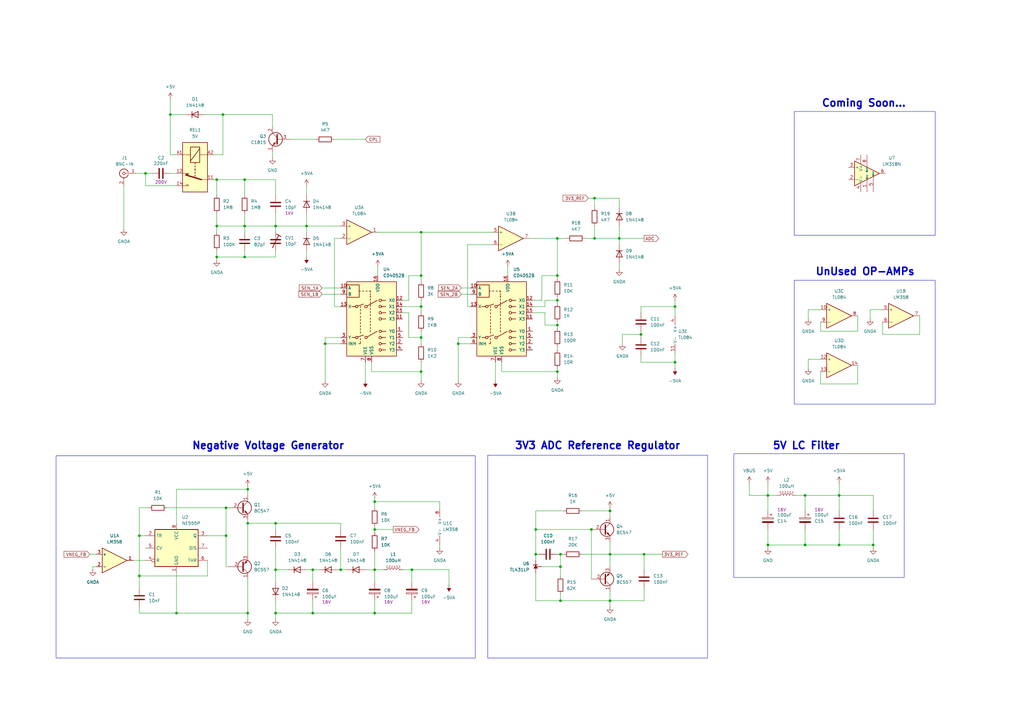
<source format=kicad_sch>
(kicad_sch (version 20231120) (generator "eeschema") (generator_version "8.0")
  (paper "A3")
  (title_block (title "Oscope Analog Part") (date "2024-11-06") (rev "2.1.1") (company "by : HS6502") (comment 1 "First Version Date : 17-Oct-2024"))
  (junction (at 330.2 223.52))
  (junction (at 344.17 223.52))
  (junction (at 153.67 233.68))
  (junction (at 168.91 233.68))
  (junction (at 125.73 92.71))
  (junction (at 219.71 217.17))
  (junction (at 128.27 251.46))
  (junction (at 101.6 214.63))
  (junction (at 314.96 203.2))
  (junction (at 219.71 227.33))
  (junction (at 91.44 46.99))
  (junction (at 243.84 97.79))
  (junction (at 276.86 125.73))
  (junction (at 172.72 138.43))
  (junction (at 153.67 217.17))
  (junction (at 262.89 137.16))
  (junction (at 250.19 227.33))
  (junction (at 172.72 125.73))
  (junction (at 101.6 200.66))
  (junction (at 101.6 251.46))
  (junction (at 344.17 203.2))
  (junction (at 139.7 233.68))
  (junction (at 100.33 73.66))
  (junction (at 69.85 46.99))
  (junction (at 57.15 219.71))
  (junction (at 59.69 71.12))
  (junction (at 358.14 223.52))
  (junction (at 113.03 233.68))
  (junction (at 187.96 140.97))
  (junction (at 228.6 133.35))
  (junction (at 228.6 123.19))
  (junction (at 276.86 148.59))
  (junction (at 100.33 92.71))
  (junction (at 88.9 92.71))
  (junction (at 330.2 203.2))
  (junction (at 172.72 95.25))
  (junction (at 100.33 105.41))
  (junction (at 228.6 152.4))
  (junction (at 113.03 214.63))
  (junction (at 88.9 105.41))
  (junction (at 72.39 251.46))
  (junction (at 128.27 233.68))
  (junction (at 57.15 236.22))
  (junction (at 242.57 217.17))
  (junction (at 228.6 113.03))
  (junction (at 172.72 152.4))
  (junction (at 229.87 227.33))
  (junction (at 92.71 219.71))
  (junction (at 314.96 223.52))
  (junction (at 243.84 81.28))
  (junction (at 250.19 246.38))
  (junction (at 264.16 227.33))
  (junction (at 92.71 208.28))
  (junction (at 229.87 246.38))
  (junction (at 113.03 251.46))
  (junction (at 228.6 97.79))
  (junction (at 172.72 113.03))
  (junction (at 153.67 205.74))
  (junction (at 254 97.79))
  (junction (at 113.03 92.71))
  (junction (at 153.67 251.46))
  (junction (at 133.35 140.97))
  (junction (at 88.9 73.66))
  (junction (at 250.19 209.55))
  (junction (at 229.87 232.41))
  (wire (pts (xy 154.94 109.22) (xy 154.94 113.03)))
  (wire (pts (xy 184.15 233.68) (xy 184.15 240.03)))
  (wire (pts (xy 153.67 215.9) (xy 153.67 217.17)))
  (wire (pts (xy 128.27 246.38) (xy 128.27 251.46)))
  (wire (pts (xy 101.6 200.66) (xy 101.6 203.2)))
  (wire (pts (xy 100.33 92.71) (xy 100.33 95.25)))
  (wire (pts (xy 88.9 105.41) (xy 100.33 105.41)))
  (wire (pts (xy 88.9 80.01) (xy 88.9 73.66)))
  (wire (pts (xy 358.14 203.2) (xy 344.17 203.2)))
  (wire (pts (xy 351.79 149.86) (xy 351.79 157.48)))
  (wire (pts (xy 101.6 237.49) (xy 101.6 251.46)))
  (wire (pts (xy 262.89 125.73) (xy 276.86 125.73)))
  (wire (pts (xy 153.67 204.47) (xy 153.67 205.74)))
  (wire (pts (xy 57.15 248.92) (xy 57.15 251.46)))
  (wire (pts (xy 187.96 140.97) (xy 193.04 140.97)))
  (wire (pts (xy 113.03 233.68) (xy 113.03 238.76)))
  (wire (pts (xy 113.03 214.63) (xy 113.03 217.17)))
  (wire (pts (xy 331.47 147.32) (xy 331.47 151.13)))
  (wire (pts (xy 119.38 57.15) (xy 129.54 57.15)))
  (wire (pts (xy 38.1 232.41) (xy 39.37 232.41)))
  (wire (pts (xy 172.72 123.19) (xy 172.72 125.73)))
  (wire (pts (xy 149.86 148.59) (xy 149.86 156.21)))
  (wire (pts (xy 219.71 209.55) (xy 219.71 217.17)))
  (wire (pts (xy 243.84 81.28) (xy 243.84 85.09)))
  (wire (pts (xy 228.6 227.33) (xy 229.87 227.33)))
  (wire (pts (xy 138.43 233.68) (xy 139.7 233.68)))
  (wire (pts (xy 113.03 246.38) (xy 113.03 251.46)))
  (wire (pts (xy 276.86 144.78) (xy 276.86 148.59)))
  (wire (pts (xy 91.44 46.99) (xy 83.82 46.99)))
  (wire (pts (xy 59.69 76.2) (xy 59.69 71.12)))
  (wire (pts (xy 242.57 217.17) (xy 242.57 237.49)))
  (wire (pts (xy 222.25 113.03) (xy 228.6 113.03)))
  (wire (pts (xy 191.77 100.33) (xy 191.77 125.73)))
  (wire (pts (xy 243.84 81.28) (xy 254 81.28)))
  (wire (pts (xy 228.6 151.13) (xy 228.6 152.4)))
  (wire (pts (xy 229.87 232.41) (xy 229.87 236.22)))
  (wire (pts (xy 180.34 205.74) (xy 153.67 205.74)))
  (wire (pts (xy 113.03 73.66) (xy 100.33 73.66)))
  (wire (pts (xy 172.72 148.59) (xy 172.72 152.4)))
  (wire (pts (xy 101.6 214.63) (xy 101.6 227.33)))
  (wire (pts (xy 193.04 138.43) (xy 187.96 138.43)))
  (wire (pts (xy 113.03 251.46) (xy 128.27 251.46)))
  (wire (pts (xy 88.9 92.71) (xy 100.33 92.71)))
  (wire (pts (xy 113.03 251.46) (xy 113.03 254)))
  (wire (pts (xy 180.34 223.52) (xy 180.34 224.79)))
  (wire (pts (xy 330.2 209.55) (xy 330.2 203.2)))
  (wire (pts (xy 153.67 226.06) (xy 153.67 233.68)))
  (wire (pts (xy 125.73 233.68) (xy 128.27 233.68)))
  (wire (pts (xy 125.73 76.2) (xy 125.73 80.01)))
  (wire (pts (xy 87.63 73.66) (xy 88.9 73.66)))
  (wire (pts (xy 250.19 227.33) (xy 250.19 232.41)))
  (wire (pts (xy 254 97.79) (xy 254 100.33)))
  (wire (pts (xy 113.03 233.68) (xy 118.11 233.68)))
  (wire (pts (xy 344.17 209.55) (xy 344.17 203.2)))
  (wire (pts (xy 262.89 135.89) (xy 262.89 137.16)))
  (wire (pts (xy 57.15 208.28) (xy 57.15 219.71)))
  (wire (pts (xy 223.52 128.27) (xy 223.52 133.35)))
  (wire (pts (xy 100.33 92.71) (xy 113.03 92.71)))
  (wire (pts (xy 264.16 241.3) (xy 264.16 246.38)))
  (wire (pts (xy 113.03 87.63) (xy 113.03 92.71)))
  (wire (pts (xy 125.73 87.63) (xy 125.73 92.71)))
  (wire (pts (xy 218.44 125.73) (xy 223.52 125.73)))
  (wire (pts (xy 240.03 97.79) (xy 243.84 97.79)))
  (wire (pts (xy 203.2 148.59) (xy 203.2 156.21)))
  (wire (pts (xy 262.89 148.59) (xy 276.86 148.59)))
  (wire (pts (xy 85.09 229.87) (xy 85.09 236.22)))
  (wire (pts (xy 231.14 209.55) (xy 219.71 209.55)))
  (wire (pts (xy 172.72 95.25) (xy 201.93 95.25)))
  (wire (pts (xy 72.39 63.5) (xy 69.85 63.5)))
  (wire (pts (xy 358.14 209.55) (xy 358.14 203.2)))
  (wire (pts (xy 229.87 232.41) (xy 222.25 232.41)))
  (wire (pts (xy 243.84 92.71) (xy 243.84 97.79)))
  (wire (pts (xy 228.6 97.79) (xy 232.41 97.79)))
  (wire (pts (xy 57.15 236.22) (xy 57.15 241.3)))
  (wire (pts (xy 101.6 251.46) (xy 101.6 254)))
  (wire (pts (xy 218.44 128.27) (xy 223.52 128.27)))
  (wire (pts (xy 57.15 236.22) (xy 57.15 219.71)))
  (wire (pts (xy 228.6 123.19) (xy 228.6 124.46)))
  (wire (pts (xy 205.74 152.4) (xy 228.6 152.4)))
  (wire (pts (xy 336.55 147.32) (xy 331.47 147.32)))
  (wire (pts (xy 262.89 137.16) (xy 262.89 138.43)))
  (wire (pts (xy 100.33 87.63) (xy 100.33 92.71)))
  (wire (pts (xy 358.14 223.52) (xy 344.17 223.52)))
  (wire (pts (xy 165.1 125.73) (xy 172.72 125.73)))
  (wire (pts (xy 101.6 214.63) (xy 113.03 214.63)))
  (wire (pts (xy 222.25 123.19) (xy 222.25 113.03)))
  (wire (pts (xy 264.16 227.33) (xy 250.19 227.33)))
  (wire (pts (xy 87.63 63.5) (xy 91.44 63.5)))
  (wire (pts (xy 137.16 97.79) (xy 139.7 97.79)))
  (wire (pts (xy 189.23 120.65) (xy 193.04 120.65)))
  (wire (pts (xy 133.35 138.43) (xy 139.7 138.43)))
  (wire (pts (xy 168.91 233.68) (xy 168.91 238.76)))
  (wire (pts (xy 153.67 233.68) (xy 149.86 233.68)))
  (wire (pts (xy 153.67 205.74) (xy 153.67 208.28)))
  (wire (pts (xy 191.77 125.73) (xy 193.04 125.73)))
  (wire (pts (xy 264.16 233.68) (xy 264.16 227.33)))
  (wire (pts (xy 113.03 102.87) (xy 113.03 105.41)))
  (wire (pts (xy 228.6 133.35) (xy 228.6 134.62)))
  (wire (pts (xy 208.28 109.22) (xy 208.28 113.03)))
  (wire (pts (xy 111.76 52.07) (xy 111.76 46.99)))
  (wire (pts (xy 113.03 92.71) (xy 113.03 95.25)))
  (wire (pts (xy 113.03 80.01) (xy 113.03 73.66)))
  (wire (pts (xy 172.72 138.43) (xy 172.72 140.97)))
  (wire (pts (xy 228.6 113.03) (xy 228.6 114.3)))
  (wire (pts (xy 219.71 217.17) (xy 219.71 227.33)))
  (wire (pts (xy 351.79 135.89) (xy 336.55 135.89)))
  (wire (pts (xy 69.85 46.99) (xy 76.2 46.99)))
  (wire (pts (xy 238.76 227.33) (xy 250.19 227.33)))
  (wire (pts (xy 336.55 157.48) (xy 336.55 152.4)))
  (wire (pts (xy 241.3 81.28) (xy 243.84 81.28)))
  (wire (pts (xy 88.9 105.41) (xy 88.9 102.87)))
  (wire (pts (xy 167.64 123.19) (xy 167.64 113.03)))
  (wire (pts (xy 85.09 236.22) (xy 57.15 236.22)))
  (wire (pts (xy 137.16 125.73) (xy 139.7 125.73)))
  (wire (pts (xy 132.08 120.65) (xy 139.7 120.65)))
  (wire (pts (xy 344.17 198.12) (xy 344.17 203.2)))
  (wire (pts (xy 152.4 148.59) (xy 152.4 152.4)))
  (wire (pts (xy 36.83 227.33) (xy 39.37 227.33)))
  (wire (pts (xy 254 97.79) (xy 264.16 97.79)))
  (wire (pts (xy 330.2 223.52) (xy 344.17 223.52)))
  (wire (pts (xy 57.15 251.46) (xy 72.39 251.46)))
  (wire (pts (xy 125.73 92.71) (xy 125.73 95.25)))
  (wire (pts (xy 330.2 217.17) (xy 330.2 223.52)))
  (wire (pts (xy 139.7 224.79) (xy 139.7 233.68)))
  (wire (pts (xy 228.6 97.79) (xy 217.17 97.79)))
  (wire (pts (xy 167.64 138.43) (xy 172.72 138.43)))
  (wire (pts (xy 167.64 113.03) (xy 172.72 113.03)))
  (wire (pts (xy 113.03 105.41) (xy 100.33 105.41)))
  (wire (pts (xy 137.16 57.15) (xy 149.86 57.15)))
  (wire (pts (xy 377.19 129.54) (xy 377.19 137.16)))
  (wire (pts (xy 361.95 137.16) (xy 361.95 132.08)))
  (wire (pts (xy 172.72 95.25) (xy 154.94 95.25)))
  (wire (pts (xy 88.9 92.71) (xy 88.9 95.25)))
  (wire (pts (xy 255.27 137.16) (xy 262.89 137.16)))
  (wire (pts (xy 243.84 97.79) (xy 254 97.79)))
  (wire (pts (xy 318.77 203.2) (xy 314.96 203.2)))
  (wire (pts (xy 228.6 97.79) (xy 228.6 113.03)))
  (wire (pts (xy 139.7 233.68) (xy 142.24 233.68)))
  (wire (pts (xy 125.73 92.71) (xy 139.7 92.71)))
  (wire (pts (xy 68.58 208.28) (xy 92.71 208.28)))
  (wire (pts (xy 133.35 138.43) (xy 133.35 140.97)))
  (wire (pts (xy 88.9 105.41) (xy 88.9 106.68)))
  (wire (pts (xy 111.76 62.23) (xy 111.76 64.77)))
  (wire (pts (xy 276.86 123.19) (xy 276.86 125.73)))
  (wire (pts (xy 187.96 140.97) (xy 187.96 156.21)))
  (wire (pts (xy 168.91 251.46) (xy 153.67 251.46)))
  (wire (pts (xy 165.1 123.19) (xy 167.64 123.19)))
  (wire (pts (xy 101.6 213.36) (xy 101.6 214.63)))
  (wire (pts (xy 167.64 128.27) (xy 167.64 138.43)))
  (wire (pts (xy 238.76 209.55) (xy 250.19 209.55)))
  (wire (pts (xy 172.72 113.03) (xy 172.72 115.57)))
  (wire (pts (xy 276.86 125.73) (xy 276.86 129.54)))
  (wire (pts (xy 242.57 217.17) (xy 219.71 217.17)))
  (wire (pts (xy 187.96 138.43) (xy 187.96 140.97)))
  (wire (pts (xy 254 85.09) (xy 254 81.28)))
  (wire (pts (xy 153.67 233.68) (xy 157.48 233.68)))
  (wire (pts (xy 165.1 233.68) (xy 168.91 233.68)))
  (wire (pts (xy 133.35 140.97) (xy 139.7 140.97)))
  (wire (pts (xy 132.08 118.11) (xy 139.7 118.11)))
  (wire (pts (xy 189.23 118.11) (xy 193.04 118.11)))
  (wire (pts (xy 92.71 219.71) (xy 92.71 232.41)))
  (wire (pts (xy 229.87 227.33) (xy 229.87 232.41)))
  (wire (pts (xy 262.89 128.27) (xy 262.89 125.73)))
  (wire (pts (xy 228.6 152.4) (xy 228.6 154.94)))
  (wire (pts (xy 191.77 100.33) (xy 201.93 100.33)))
  (wire (pts (xy 60.96 208.28) (xy 57.15 208.28)))
  (wire (pts (xy 358.14 223.52) (xy 358.14 224.79)))
  (wire (pts (xy 351.79 129.54) (xy 351.79 135.89)))
  (wire (pts (xy 139.7 214.63) (xy 113.03 214.63)))
  (wire (pts (xy 38.1 233.68) (xy 38.1 232.41)))
  (wire (pts (xy 153.67 217.17) (xy 161.29 217.17)))
  (wire (pts (xy 172.72 152.4) (xy 172.72 156.21)))
  (wire (pts (xy 314.96 203.2) (xy 307.34 203.2)))
  (wire (pts (xy 92.71 208.28) (xy 93.98 208.28)))
  (wire (pts (xy 72.39 234.95) (xy 72.39 251.46)))
  (wire (pts (xy 165.1 128.27) (xy 167.64 128.27)))
  (wire (pts (xy 57.15 219.71) (xy 59.69 219.71)))
  (wire (pts (xy 228.6 142.24) (xy 228.6 143.51)))
  (wire (pts (xy 228.6 121.92) (xy 228.6 123.19)))
  (wire (pts (xy 184.15 233.68) (xy 168.91 233.68)))
  (wire (pts (xy 331.47 130.81) (xy 331.47 127)))
  (wire (pts (xy 72.39 71.12) (xy 69.85 71.12)))
  (wire (pts (xy 255.27 140.97) (xy 255.27 137.16)))
  (wire (pts (xy 223.52 133.35) (xy 228.6 133.35)))
  (wire (pts (xy 152.4 152.4) (xy 172.72 152.4)))
  (wire (pts (xy 250.19 248.92) (xy 250.19 246.38)))
  (wire (pts (xy 250.19 222.25) (xy 250.19 227.33)))
  (wire (pts (xy 314.96 198.12) (xy 314.96 203.2)))
  (wire (pts (xy 361.95 127) (xy 356.87 127)))
  (wire (pts (xy 330.2 203.2) (xy 344.17 203.2)))
  (wire (pts (xy 85.09 219.71) (xy 92.71 219.71)))
  (wire (pts (xy 91.44 46.99) (xy 111.76 46.99)))
  (wire (pts (xy 229.87 227.33) (xy 231.14 227.33)))
  (wire (pts (xy 100.33 102.87) (xy 100.33 105.41)))
  (wire (pts (xy 180.34 208.28) (xy 180.34 205.74)))
  (wire (pts (xy 113.03 92.71) (xy 125.73 92.71)))
  (wire (pts (xy 250.19 246.38) (xy 250.19 242.57)))
  (wire (pts (xy 218.44 123.19) (xy 222.25 123.19)))
  (wire (pts (xy 50.8 76.2) (xy 50.8 93.98)))
  (wire (pts (xy 88.9 87.63) (xy 88.9 92.71)))
  (wire (pts (xy 330.2 223.52) (xy 314.96 223.52)))
  (wire (pts (xy 113.03 224.79) (xy 113.03 233.68)))
  (wire (pts (xy 250.19 209.55) (xy 250.19 212.09)))
  (wire (pts (xy 72.39 76.2) (xy 59.69 76.2)))
  (wire (pts (xy 69.85 46.99) (xy 69.85 63.5)))
  (wire (pts (xy 351.79 157.48) (xy 336.55 157.48)))
  (wire (pts (xy 72.39 200.66) (xy 101.6 200.66)))
  (wire (pts (xy 137.16 97.79) (xy 137.16 125.73)))
  (wire (pts (xy 54.61 229.87) (xy 59.69 229.87)))
  (wire (pts (xy 330.2 203.2) (xy 326.39 203.2)))
  (wire (pts (xy 358.14 217.17) (xy 358.14 223.52)))
  (wire (pts (xy 72.39 251.46) (xy 101.6 251.46)))
  (wire (pts (xy 254 92.71) (xy 254 97.79)))
  (wire (pts (xy 72.39 214.63) (xy 72.39 200.66)))
  (wire (pts (xy 55.88 71.12) (xy 59.69 71.12)))
  (wire (pts (xy 133.35 140.97) (xy 133.35 156.21)))
  (wire (pts (xy 229.87 246.38) (xy 250.19 246.38)))
  (wire (pts (xy 168.91 246.38) (xy 168.91 251.46)))
  (wire (pts (xy 172.72 125.73) (xy 172.72 128.27)))
  (wire (pts (xy 314.96 203.2) (xy 314.96 209.55)))
  (wire (pts (xy 262.89 146.05) (xy 262.89 148.59)))
  (wire (pts (xy 276.86 148.59) (xy 276.86 151.13)))
  (wire (pts (xy 128.27 233.68) (xy 130.81 233.68)))
  (wire (pts (xy 228.6 132.08) (xy 228.6 133.35)))
  (wire (pts (xy 223.52 125.73) (xy 223.52 123.19)))
  (wire (pts (xy 219.71 246.38) (xy 229.87 246.38)))
  (wire (pts (xy 250.19 208.28) (xy 250.19 209.55)))
  (wire (pts (xy 153.67 251.46) (xy 128.27 251.46)))
  (wire (pts (xy 69.85 40.64) (xy 69.85 46.99)))
  (wire (pts (xy 331.47 127) (xy 336.55 127)))
  (wire (pts (xy 314.96 223.52) (xy 314.96 217.17)))
  (wire (pts (xy 101.6 199.39) (xy 101.6 200.66)))
  (wire (pts (xy 172.72 95.25) (xy 172.72 113.03)))
  (wire (pts (xy 153.67 217.17) (xy 153.67 218.44)))
  (wire (pts (xy 264.16 246.38) (xy 250.19 246.38)))
  (wire (pts (xy 92.71 208.28) (xy 92.71 219.71)))
  (wire (pts (xy 205.74 148.59) (xy 205.74 152.4)))
  (wire (pts (xy 219.71 234.95) (xy 219.71 246.38)))
  (wire (pts (xy 307.34 203.2) (xy 307.34 198.12)))
  (wire (pts (xy 93.98 232.41) (xy 92.71 232.41)))
  (wire (pts (xy 223.52 123.19) (xy 228.6 123.19)))
  (wire (pts (xy 356.87 127) (xy 356.87 130.81)))
  (wire (pts (xy 264.16 227.33) (xy 271.78 227.33)))
  (wire (pts (xy 88.9 73.66) (xy 100.33 73.66)))
  (wire (pts (xy 314.96 223.52) (xy 314.96 224.79)))
  (wire (pts (xy 153.67 238.76) (xy 153.67 233.68)))
  (wire (pts (xy 172.72 135.89) (xy 172.72 138.43)))
  (wire (pts (xy 100.33 73.66) (xy 100.33 80.01)))
  (wire (pts (xy 219.71 227.33) (xy 220.98 227.33)))
  (wire (pts (xy 254 107.95) (xy 254 110.49)))
  (wire (pts (xy 59.69 71.12) (xy 62.23 71.12)))
  (wire (pts (xy 219.71 227.33) (xy 219.71 229.87)))
  (wire (pts (xy 336.55 135.89) (xy 336.55 132.08)))
  (wire (pts (xy 153.67 246.38) (xy 153.67 251.46)))
  (wire (pts (xy 377.19 137.16) (xy 361.95 137.16)))
  (wire (pts (xy 139.7 217.17) (xy 139.7 214.63)))
  (wire (pts (xy 125.73 102.87) (xy 125.73 105.41)))
  (wire (pts (xy 91.44 46.99) (xy 91.44 63.5)))
  (wire (pts (xy 128.27 233.68) (xy 128.27 238.76)))
  (wire (pts (xy 229.87 243.84) (xy 229.87 246.38)))
  (wire (pts (xy 344.17 217.17) (xy 344.17 223.52)))
  (rectangle (start 200.025 186.69) (end 290.195 269.875))
  (rectangle (start 22.987 186.944) (end 194.945 269.875))
  (rectangle (start 325.755 114.935) (end 383.54 165.735))
  (rectangle (start 300.99 186.055) (end 370.84 236.855))
  (rectangle (start 325.755 45.72) (end 383.54 96.52))
  (text "Negative Voltage Generator" (at 109.982 182.88 0) (effects (font (size 3 3) (thickness 0.6) (bold yes))))
  (text "3V3 ADC Reference Regulator" (at 245.11 182.88 0) (effects (font (size 3 3) (thickness 0.6) (bold yes))))
  (text "Coming Soon..." (at 354.33 42.418 0) (effects (font (size 3 3) (bold yes))))
  (text "5V LC Filter" (at 330.708 182.88 0) (effects (font (size 3 3) (thickness 0.6) (bold yes))))
  (text "UnUsed OP-AMPs" (at 354.838 111.506 0) (effects (font (size 3 3) (bold yes))))
  (global_label "VNEG_FB" (shape output) (at 161.29 217.17 0) (property "Intersheetrefs" "${INTERSHEET_REFS}" (effects (hide yes))))
  (global_label "VNEG_FB" (shape input) (at 36.83 227.33 180) (property "Intersheetrefs" "${INTERSHEET_REFS}" (effects (hide yes))))
  (global_label "SEN_2A" (shape input) (at 189.23 118.11 180) (property "Intersheetrefs" "${INTERSHEET_REFS}" (effects (hide yes))))
  (global_label "SEN_1A" (shape input) (at 132.08 118.11 180) (property "Intersheetrefs" "${INTERSHEET_REFS}" (effects (hide yes))))
  (global_label "CPL" (shape input) (at 149.86 57.15 0) (property "Intersheetrefs" "${INTERSHEET_REFS}" (effects (hide yes))))
  (global_label "ADC" (shape output) (at 264.16 97.79 0) (property "Intersheetrefs" "${INTERSHEET_REFS}" (effects (hide yes))))
  (global_label "SEN_2B" (shape input) (at 189.23 120.65 180) (property "Intersheetrefs" "${INTERSHEET_REFS}" (effects (hide yes))))
  (global_label "SEN_1B" (shape input) (at 132.08 120.65 180) (property "Intersheetrefs" "${INTERSHEET_REFS}" (effects (hide yes))))
  (global_label "3V3_REF" (shape output) (at 271.78 227.33 0) (property "Intersheetrefs" "${INTERSHEET_REFS}" (effects (hide yes))))
  (global_label "3V3_REF" (shape input) (at 241.3 81.28 180) (property "Intersheetrefs" "${INTERSHEET_REFS}" (effects (hide yes))))
  (symbol (lib_id "Custom_Diodes:1N4148") (at 134.62 233.68 0) (unit 1)
    (property "Reference" "D6" (at 134.62 227.33 0))
    (property "Value" "1N4148" (at 134.62 229.87 0))
    (property "Footprint" "Diode_THT:D_DO-35_SOD27_P7.62mm_Horizontal" (effects (hide yes)))
    (property "Datasheet" "https://assets.nexperia.com/documents/data-sheet/1N4148_1N4448.pdf" (effects (hide yes)))
    (property "Description" "100V 0.15A standard switching diode, DO-35" (effects (hide yes)))
    (property "Sim.Device" "D" (effects (hide yes)))
    (property "Sim.Pins" "1=K 2=A" (effects (hide yes)))
  )
  (symbol (lib_id "Custom_Device:R") (at 133.35 57.15 90) (unit 1)
    (property "Reference" "R5" (at 133.35 50.8 90))
    (property "Value" "4K7" (at 133.35 53.34 90))
    (property "Description" "Resistor" (effects (hide yes)))
  )
  (symbol (lib_id "Transistor_BJT:BC557") (at 99.06 232.41 0) (mirror x) (unit 1)
    (property "Reference" "Q2" (at 104.14 231.1399 0) (effects (justify left)))
    (property "Value" "BC557" (at 104.14 233.6799 0) (effects (justify left)))
    (property "Footprint" "Package_TO_SOT_THT:TO-92_Inline" (effects (hide yes)))
    (property "Datasheet" "https://www.onsemi.com/pub/Collateral/BC556BTA-D.pdf" (effects (hide yes)))
    (property "Description" "0.1A Ic, 45V Vce, PNP Small Signal Transistor, TO-92" (effects (hide yes)))
  )
  (symbol (lib_id "Custom_Device:C_Polarized") (at 314.96 213.36 0) (mirror y) (unit 1)
    (property "Reference" "C14" (at 318.77 213.7411 0) (effects (justify right)))
    (property "Value" "100uF" (at 318.77 211.2011 0) (effects (justify right)))
    (property "Description" "16V" (at 318.77 209.042 0) (effects (justify right)))
  )
  (symbol (lib_id "Custom_OP-AMP:TL084") (at 344.17 129.54 0) (unit 3)
    (property "Reference" "U3" (at 344.17 119.38 0))
    (property "Value" "TL084" (at 344.17 121.92 0))
    (property "Datasheet" "http://www.ti.com/lit/ds/symlink/tl081.pdf" (effects (hide yes)))
    (property "Description" "Quad JFET-Input Operational Amplifiers, DIP-14/SOIC-14/SSOP-14" (effects (hide yes)))
  )
  (symbol (lib_id "Custom_Device:C_Polarized") (at 330.2 213.36 0) (mirror y) (unit 1)
    (property "Reference" "C15" (at 334.01 213.7411 0) (effects (justify right)))
    (property "Value" "100uF" (at 334.01 211.2011 0) (effects (justify right)))
    (property "Description" "16V" (at 334.01 209.042 0) (effects (justify right)))
  )
  (symbol (lib_id "power:GNDA") (at 331.47 130.81 0) (unit 1)
    (property "Reference" "#PWR030" (effects (hide yes)))
    (property "Value" "GNDA" (at 331.47 135.89 0))
    (property "Description" "Power symbol creates a global label with name \"GNDA\" , analog ground" (effects (hide yes)))
  )
  (symbol (lib_id "Connector:Conn_Coaxial") (at 50.8 71.12 0) (mirror y) (unit 1)
    (property "Reference" "J1" (at 51.1174 64.77 0))
    (property "Value" "BNC-IN" (at 51.1174 67.31 0))
    (property "Footprint" "Connector_Coaxial:U.FL_Molex_MCRF_73412-0110_Vertical" (effects (hide yes)))
    (property "Datasheet" " ~" (effects (hide yes)))
    (property "Description" "coaxial connector (BNC, SMA, SMB, SMC, Cinch/RCA, LEMO, ...)" (effects (hide yes)))
  )
  (symbol (lib_id "power:GNDA") (at 38.1 233.68 0) (unit 1)
    (property "Reference" "#PWR01" (effects (hide yes)))
    (property "Value" "GNDA" (at 38.1 238.76 0))
    (property "Description" "Power symbol creates a global label with name \"GNDA\" , analog ground" (effects (hide yes)))
  )
  (symbol (lib_id "Custom_OP-AMP:TL084") (at 209.55 97.79 0) (unit 2)
    (property "Reference" "U3" (at 209.55 87.63 0))
    (property "Value" "TL084" (at 209.55 90.17 0))
    (property "Datasheet" "http://www.ti.com/lit/ds/symlink/tl081.pdf" (effects (hide yes)))
    (property "Description" "Quad JFET-Input Operational Amplifiers, DIP-14/SOIC-14/SSOP-14" (effects (hide yes)))
  )
  (symbol (lib_id "power:GNDA") (at 180.34 224.79 0) (unit 1)
    (property "Reference" "#PWR015" (effects (hide yes)))
    (property "Value" "GNDA" (at 180.34 229.87 0))
    (property "Description" "Power symbol creates a global label with name \"GNDA\" , analog ground" (effects (hide yes)))
  )
  (symbol (lib_name "+5V_1") (lib_id "power:+5V") (at 250.19 208.28 0) (unit 1)
    (property "Reference" "#PWR021" (effects (hide yes)))
    (property "Value" "+5V" (at 250.19 203.2 0))
    (property "Description" "Power symbol creates a global label with name \"+5V\"" (effects (hide yes)))
  )
  (symbol (lib_id "power:GNDA") (at 88.9 106.68 0) (unit 1)
    (property "Reference" "#PWR04" (effects (hide yes)))
    (property "Value" "GNDA" (at 88.9 111.76 0))
    (property "Description" "Power symbol creates a global label with name \"GNDA\" , analog ground" (effects (hide yes)))
  )
  (symbol (lib_id "Custom_Device:R") (at 153.67 222.25 180) (unit 1)
    (property "Reference" "R7" (at 156.21 220.9799 0) (effects (justify right)))
    (property "Value" "10K" (at 156.21 223.5199 0) (effects (justify right)))
    (property "Description" "Resistor" (effects (hide yes)))
  )
  (symbol (lib_id "Transistor_BJT:BC547") (at 99.06 208.28 0) (unit 1)
    (property "Reference" "Q1" (at 104.14 207.0099 0) (effects (justify left)))
    (property "Value" "BC547" (at 104.14 209.5499 0) (effects (justify left)))
    (property "Footprint" "Package_TO_SOT_THT:TO-92_Inline" (effects (hide yes)))
    (property "Datasheet" "https://www.onsemi.com/pub/Collateral/BC550-D.pdf" (effects (hide yes)))
    (property "Description" "0.1A Ic, 45V Vce, Small Signal NPN Transistor, TO-92" (effects (hide yes)))
  )
  (symbol (lib_id "Custom_OP-AMP:LM358") (at 46.99 229.87 0) (unit 1)
    (property "Reference" "U1" (at 46.99 219.71 0))
    (property "Value" "LM358" (at 46.99 222.25 0))
    (property "Datasheet" "http://www.ti.com/lit/ds/symlink/lm2904-n.pdf" (effects (hide yes)))
    (property "Description" "Low-Power, Dual Operational Amplifiers, DIP-8/SOIC-8/TO-99-8" (effects (hide yes)))
  )
  (symbol (lib_id "power:GND") (at 314.96 224.79 0) (unit 1)
    (property "Reference" "#PWR029" (effects (hide yes)))
    (property "Value" "GND" (at 314.96 229.87 0))
    (property "Description" "Power symbol creates a global label with name \"GND\" , ground" (effects (hide yes)))
  )
  (symbol (lib_id "Custom_Diodes:1N4148") (at 146.05 233.68 0) (unit 1)
    (property "Reference" "D7" (at 146.05 227.33 0))
    (property "Value" "1N4148" (at 146.05 229.87 0))
    (property "Footprint" "Diode_THT:D_DO-35_SOD27_P7.62mm_Horizontal" (effects (hide yes)))
    (property "Datasheet" "https://assets.nexperia.com/documents/data-sheet/1N4148_1N4448.pdf" (effects (hide yes)))
    (property "Description" "100V 0.15A standard switching diode, DO-35" (effects (hide yes)))
    (property "Sim.Device" "D" (effects (hide yes)))
    (property "Sim.Pins" "1=K 2=A" (effects (hide yes)))
  )
  (symbol (lib_id "power:-5VA") (at 276.86 151.13 180) (unit 1)
    (property "Reference" "#PWR026" (effects (hide yes)))
    (property "Value" "-5VA" (at 276.86 156.21 0))
    (property "Description" "Power symbol creates a global label with name \"-5VA\"" (effects (hide yes)))
  )
  (symbol (lib_id "Custom_Device:C") (at 262.89 132.08 0) (unit 1)
    (property "Reference" "C11" (at 266.7 130.8099 0) (effects (justify left)))
    (property "Value" "100nF" (at 266.7 133.3499 0) (effects (justify left)))
    (property "Description" "Unpolarized capacitor" (effects (hide yes)))
  )
  (symbol (lib_id "power:+5VA") (at 125.73 76.2 0) (unit 1)
    (property "Reference" "#PWR09" (effects (hide yes)))
    (property "Value" "+5VA" (at 125.73 71.12 0))
    (property "Description" "Power symbol creates a global label with name \"+5VA\"" (effects (hide yes)))
  )
  (symbol (lib_id "Custom_Device:R") (at 153.67 212.09 180) (unit 1)
    (property "Reference" "R6" (at 156.21 210.8199 0) (effects (justify right)))
    (property "Value" "10K" (at 156.21 213.3599 0) (effects (justify right)))
    (property "Description" "Resistor" (effects (hide yes)))
  )
  (symbol (lib_id "power:GND") (at 111.76 64.77 0) (unit 1)
    (property "Reference" "#PWR07" (effects (hide yes)))
    (property "Value" "GND" (at 111.76 69.85 0))
    (property "Description" "Power symbol creates a global label with name \"GND\" , ground" (effects (hide yes)))
  )
  (symbol (lib_id "Custom_Device:R") (at 228.6 147.32 180) (unit 1)
    (property "Reference" "R14" (at 231.14 146.0499 0) (effects (justify right)))
    (property "Value" "10R" (at 231.14 148.5899 0) (effects (justify right)))
    (property "Description" "Resistor" (effects (hide yes)))
  )
  (symbol (lib_id "power:GNDA") (at 187.96 156.21 0) (unit 1)
    (property "Reference" "#PWR017" (effects (hide yes)))
    (property "Value" "GNDA" (at 187.96 161.29 0))
    (property "Description" "Power symbol creates a global label with name \"GNDA\" , analog ground" (effects (hide yes)))
  )
  (symbol (lib_id "Custom_Device:L_Ferrite") (at 322.58 203.2 90) (unit 1)
    (property "Reference" "L2" (at 322.58 196.85 90))
    (property "Value" "100uH" (at 322.58 199.39 90))
    (property "Description" "Inductor with ferrite core" (effects (hide yes)))
  )
  (symbol (lib_id "Custom_Device:C") (at 66.04 71.12 270) (mirror x) (unit 1)
    (property "Reference" "C2" (at 66.04 64.77 90))
    (property "Value" "220nF" (at 66.04 67.056 90))
    (property "Description" "200V" (at 66.04 74.676 90))
  )
  (symbol (lib_id "Custom_Diodes:1N4148") (at 125.73 99.06 270) (unit 1)
    (property "Reference" "D5" (at 128.27 97.7899 90) (effects (justify left)))
    (property "Value" "1N4148" (at 128.27 100.3299 90) (effects (justify left)))
    (property "Footprint" "Diode_THT:D_DO-35_SOD27_P7.62mm_Horizontal" (effects (hide yes)))
    (property "Datasheet" "https://assets.nexperia.com/documents/data-sheet/1N4148_1N4448.pdf" (effects (hide yes)))
    (property "Description" "100V 0.15A standard switching diode, DO-35" (effects (hide yes)))
    (property "Sim.Device" "D" (effects (hide yes)))
    (property "Sim.Pins" "1=K 2=A" (effects (hide yes)))
  )
  (symbol (lib_id "Custom_OP-AMP:LM318N") (at 355.6 71.12 0) (unit 1)
    (property "Reference" "U7" (at 365.76 64.8014 0))
    (property "Value" "LM318N" (at 365.76 67.3414 0))
    (property "Footprint" "Package_DIP:DIP-8_W7.62mm_LongPads" (effects (hide yes)))
    (property "Datasheet" "http://www.ti.com/lit/ds/symlink/lm318-n.pdf" (effects (hide yes)))
    (property "Description" "Operational Amplifier, DIP-8" (effects (hide yes)))
  )
  (symbol (lib_id "Custom_Device_2:C_Trim") (at 113.03 99.06 0) (unit 1)
    (property "Reference" "CV1" (at 116.84 97.5359 0) (effects (justify left)))
    (property "Value" "10pF" (at 116.84 100.0759 0) (effects (justify left)))
    (property "Description" "Trimmable capacitor" (effects (hide yes)))
  )
  (symbol (lib_id "Custom_Device:C") (at 113.03 220.98 0) (unit 1)
    (property "Reference" "C5" (at 116.84 219.7099 0) (effects (justify left)))
    (property "Value" "100nF" (at 116.84 222.2499 0) (effects (justify left)))
    (property "Description" "Unpolarized capacitor" (effects (hide yes)))
  )
  (symbol (lib_id "power:-5VA") (at 184.15 240.03 180) (unit 1)
    (property "Reference" "#PWR016" (effects (hide yes)))
    (property "Value" "-5VA" (at 184.15 245.11 0))
    (property "Description" "Power symbol creates a global label with name \"-5VA\"" (effects (hide yes)))
  )
  (symbol (lib_id "power:GNDA") (at 50.8 93.98 0) (unit 1)
    (property "Reference" "#PWR02" (effects (hide yes)))
    (property "Value" "GNDA" (at 50.8 99.06 0))
    (property "Description" "Power symbol creates a global label with name \"GNDA\" , analog ground" (effects (hide yes)))
  )
  (symbol (lib_id "Custom_Diodes:1N4148") (at 121.92 233.68 0) (unit 1)
    (property "Reference" "D3" (at 121.92 227.33 0))
    (property "Value" "1N4148" (at 121.92 229.87 0))
    (property "Footprint" "Diode_THT:D_DO-35_SOD27_P7.62mm_Horizontal" (effects (hide yes)))
    (property "Datasheet" "https://assets.nexperia.com/documents/data-sheet/1N4148_1N4448.pdf" (effects (hide yes)))
    (property "Description" "100V 0.15A standard switching diode, DO-35" (effects (hide yes)))
    (property "Sim.Device" "D" (effects (hide yes)))
    (property "Sim.Pins" "1=K 2=A" (effects (hide yes)))
  )
  (symbol (lib_id "Custom_Device:R") (at 172.72 144.78 180) (unit 1)
    (property "Reference" "R10" (at 175.26 143.5099 0) (effects (justify right)))
    (property "Value" "1K2" (at 175.26 146.0499 0) (effects (justify right)))
    (property "Description" "Resistor" (effects (hide yes)))
  )
  (symbol (lib_id "Custom_Device:R") (at 88.9 83.82 0) (unit 1)
    (property "Reference" "R2" (at 91.44 82.5499 0) (effects (justify left)))
    (property "Value" "1M8" (at 91.44 85.0899 0) (effects (justify left)))
    (property "Description" "Resistor" (effects (hide yes)))
  )
  (symbol (lib_id "Custom_Device:R") (at 228.6 128.27 180) (unit 1)
    (property "Reference" "R12" (at 231.14 126.9999 0) (effects (justify right)))
    (property "Value" "1K" (at 231.14 129.5399 0) (effects (justify right)))
    (property "Description" "Resistor" (effects (hide yes)))
  )
  (symbol (lib_id "Custom_Device:C") (at 358.14 213.36 0) (unit 1)
    (property "Reference" "C17" (at 361.95 212.0899 0) (effects (justify left)))
    (property "Value" "100nF" (at 361.95 214.6299 0) (effects (justify left)))
    (property "Description" "Unpolarized capacitor" (effects (hide yes)))
  )
  (symbol (lib_id "power:-5VA") (at 149.86 156.21 180) (unit 1)
    (property "Reference" "#PWR011" (effects (hide yes)))
    (property "Value" "-5VA" (at 149.86 161.29 0))
    (property "Description" "Power symbol creates a global label with name \"-5VA\"" (effects (hide yes)))
  )
  (symbol (lib_id "power:GNDA") (at 113.03 254 0) (unit 1)
    (property "Reference" "#PWR08" (effects (hide yes)))
    (property "Value" "GNDA" (at 113.03 259.08 0))
    (property "Description" "Power symbol creates a global label with name \"GNDA\" , analog ground" (effects (hide yes)))
  )
  (symbol (lib_id "Analog_Switch:CD4052B") (at 205.74 130.81 0) (unit 1)
    (property "Reference" "U5" (at 210.4741 110.49 0) (effects (justify left)))
    (property "Value" "CD4052B" (at 210.4741 113.03 0) (effects (justify left)))
    (property "Datasheet" "http://www.ti.com/lit/ds/symlink/cd4052b.pdf" (effects (hide yes)))
    (property "Description" "CMOS double 4-channel analog multiplexer/demultiplexer, TSSOP-16/DIP-16/SOIC-16" (effects (hide yes)))
  )
  (symbol (lib_id "Timer:NE555P") (at 72.39 224.79 0) (unit 1)
    (property "Reference" "U2" (at 74.5841 212.09 0) (effects (justify left)))
    (property "Value" "NE555P" (at 74.5841 214.63 0) (effects (justify left)))
    (property "Footprint" "Package_DIP:DIP-8_W7.62mm" (effects (hide yes)))
    (property "Datasheet" "http://www.ti.com/lit/ds/symlink/ne555.pdf" (effects (hide yes)))
    (property "Description" "Precision Timers, 555 compatible,  PDIP-8" (effects (hide yes)))
  )
  (symbol (lib_id "Custom_Device:C") (at 113.03 83.82 0) (unit 1)
    (property "Reference" "C4" (at 116.84 82.5499 0) (effects (justify left)))
    (property "Value" "10pF" (at 116.84 85.0899 0) (effects (justify left)))
    (property "Description" "1kV" (at 118.618 87.376 0))
  )
  (symbol (lib_id "Custom_Device:C") (at 100.33 99.06 0) (unit 1)
    (property "Reference" "C3" (at 104.14 97.7899 0) (effects (justify left)))
    (property "Value" "82pF" (at 104.14 100.3299 0) (effects (justify left)))
    (property "Description" "Unpolarized capacitor" (effects (hide yes)))
  )
  (symbol (lib_id "Custom_OP-AMP:TL084") (at 344.17 149.86 0) (unit 4)
    (property "Reference" "U3" (at 344.17 139.7 0))
    (property "Value" "TL084" (at 344.17 142.24 0))
    (property "Datasheet" "http://www.ti.com/lit/ds/symlink/tl081.pdf" (effects (hide yes)))
    (property "Description" "Quad JFET-Input Operational Amplifiers, DIP-14/SOIC-14/SSOP-14" (effects (hide yes)))
  )
  (symbol (lib_id "power:GNDA") (at 254 110.49 0) (unit 1)
    (property "Reference" "#PWR023" (effects (hide yes)))
    (property "Value" "GNDA" (at 254 115.57 0))
    (property "Description" "Power symbol creates a global label with name \"GNDA\" , analog ground" (effects (hide yes)))
  )
  (symbol (lib_id "Custom_Device:R") (at 234.95 209.55 90) (unit 1)
    (property "Reference" "R16" (at 234.95 203.2 90))
    (property "Value" "1K" (at 234.95 205.74 90))
    (property "Description" "Resistor" (effects (hide yes)))
  )
  (symbol (lib_id "power:GNDA") (at 228.6 154.94 0) (unit 1)
    (property "Reference" "#PWR020" (effects (hide yes)))
    (property "Value" "GNDA" (at 228.6 160.02 0))
    (property "Description" "Power symbol creates a global label with name \"GNDA\" , analog ground" (effects (hide yes)))
  )
  (symbol (lib_id "power:+5VA") (at 344.17 198.12 0) (unit 1)
    (property "Reference" "#PWR032" (effects (hide yes)))
    (property "Value" "+5VA" (at 344.17 193.04 0))
    (property "Description" "Power symbol creates a global label with name \"+5VA\"" (effects (hide yes)))
  )
  (symbol (lib_id "Custom_Device:R") (at 64.77 208.28 270) (unit 1)
    (property "Reference" "R1" (at 64.77 201.93 90))
    (property "Value" "10K" (at 64.77 204.47 90))
    (property "Description" "Resistor" (effects (hide yes)))
  )
  (symbol (lib_id "power:+5VA") (at 154.94 109.22 0) (unit 1)
    (property "Reference" "#PWR013" (effects (hide yes)))
    (property "Value" "+5VA" (at 154.94 104.14 0))
    (property "Description" "Power symbol creates a global label with name \"+5VA\"" (effects (hide yes)))
  )
  (symbol (lib_id "power:+5VA") (at 208.28 109.22 0) (unit 1)
    (property "Reference" "#PWR019" (effects (hide yes)))
    (property "Value" "+5VA" (at 208.28 104.14 0))
    (property "Description" "Power symbol creates a global label with name \"+5VA\"" (effects (hide yes)))
  )
  (symbol (lib_id "Custom_Device:R") (at 236.22 97.79 270) (unit 1)
    (property "Reference" "R18" (at 236.22 91.44 90))
    (property "Value" "4K7" (at 236.22 93.98 90))
    (property "Description" "Resistor" (effects (hide yes)))
  )
  (symbol (lib_id "Custom_Diodes:1N4148") (at 80.01 46.99 0) (unit 1)
    (property "Reference" "D1" (at 80.01 40.64 0))
    (property "Value" "1N4148" (at 80.01 43.18 0))
    (property "Footprint" "Diode_THT:D_DO-35_SOD27_P7.62mm_Horizontal" (effects (hide yes)))
    (property "Datasheet" "https://assets.nexperia.com/documents/data-sheet/1N4148_1N4448.pdf" (effects (hide yes)))
    (property "Description" "100V 0.15A standard switching diode, DO-35" (effects (hide yes)))
    (property "Sim.Device" "D" (effects (hide yes)))
    (property "Sim.Pins" "1=K 2=A" (effects (hide yes)))
  )
  (symbol (lib_id "Custom_Diodes:1N4148") (at 254 88.9 270) (unit 1)
    (property "Reference" "D8" (at 256.54 87.6299 90) (effects (justify left)))
    (property "Value" "1N4148" (at 256.54 90.1699 90) (effects (justify left)))
    (property "Footprint" "Diode_THT:D_DO-35_SOD27_P7.62mm_Horizontal" (effects (hide yes)))
    (property "Datasheet" "https://assets.nexperia.com/documents/data-sheet/1N4148_1N4448.pdf" (effects (hide yes)))
    (property "Description" "100V 0.15A standard switching diode, DO-35" (effects (hide yes)))
    (property "Sim.Device" "D" (effects (hide yes)))
    (property "Sim.Pins" "1=K 2=A" (effects (hide yes)))
  )
  (symbol (lib_id "power:+5V") (at 69.85 40.64 0) (unit 1)
    (property "Reference" "#PWR03" (effects (hide yes)))
    (property "Value" "+5V" (at 69.85 35.56 0))
    (property "Description" "Power symbol creates a global label with name \"+5V\"" (effects (hide yes)))
  )
  (symbol (lib_id "Analog_Switch:CD4052B") (at 152.4 130.81 0) (unit 1)
    (property "Reference" "U4" (at 157.1341 110.49 0) (effects (justify left)))
    (property "Value" "CD4052B" (at 157.1341 113.03 0) (effects (justify left)))
    (property "Datasheet" "http://www.ti.com/lit/ds/symlink/cd4052b.pdf" (effects (hide yes)))
    (property "Description" "CMOS double 4-channel analog multiplexer/demultiplexer, TSSOP-16/DIP-16/SOIC-16" (effects (hide yes)))
  )
  (symbol (lib_id "Custom_OP-AMP:LM358") (at 369.57 129.54 0) (unit 2)
    (property "Reference" "U1" (at 369.57 119.38 0))
    (property "Value" "LM358" (at 369.57 121.92 0))
    (property "Datasheet" "http://www.ti.com/lit/ds/symlink/lm2904-n.pdf" (effects (hide yes)))
    (property "Description" "Low-Power, Dual Operational Amplifiers, DIP-8/SOIC-8/TO-99-8" (effects (hide yes)))
  )
  (symbol (lib_id "Custom_Device:C") (at 262.89 142.24 0) (unit 1)
    (property "Reference" "C12" (at 266.7 140.9699 0) (effects (justify left)))
    (property "Value" "100nF" (at 266.7 143.5099 0) (effects (justify left)))
    (property "Description" "Unpolarized capacitor" (effects (hide yes)))
  )
  (symbol (lib_id "Custom_OP-AMP:TL084") (at 147.32 95.25 0) (unit 1)
    (property "Reference" "U3" (at 147.32 85.09 0))
    (property "Value" "TL084" (at 147.32 87.63 0))
    (property "Datasheet" "http://www.ti.com/lit/ds/symlink/tl081.pdf" (effects (hide yes)))
    (property "Description" "Quad JFET-Input Operational Amplifiers, DIP-14/SOIC-14/SSOP-14" (effects (hide yes)))
  )
  (symbol (lib_id "Custom_Device:L_Ferrite") (at 161.29 233.68 90) (unit 1)
    (property "Reference" "L1" (at 161.29 227.33 90))
    (property "Value" "100uH" (at 161.29 229.87 90))
    (property "Description" "Inductor with ferrite core" (effects (hide yes)))
  )
  (symbol (lib_id "Reference_Voltage:TL431LP") (at 219.71 232.41 270) (mirror x) (unit 1)
    (property "Reference" "U6" (at 217.17 231.1399 90) (effects (justify right)))
    (property "Value" "TL431LP" (at 217.17 233.6799 90) (effects (justify right)))
    (property "Footprint" "Package_TO_SOT_THT:TO-92_Inline" (effects (hide yes)))
    (property "Datasheet" "http://www.ti.com/lit/ds/symlink/tl431.pdf" (effects (hide yes)))
  )
  (symbol (lib_id "Custom_Device:R") (at 228.6 118.11 180) (unit 1)
    (property "Reference" "R11" (at 231.14 116.8399 0) (effects (justify right)))
    (property "Value" "10K" (at 231.14 119.3799 0) (effects (justify right)))
    (property "Description" "Resistor" (effects (hide yes)))
  )
  (symbol (lib_id "power:GNDA") (at 255.27 140.97 0) (unit 1)
    (property "Reference" "#PWR024" (effects (hide yes)))
    (property "Value" "GNDA" (at 255.27 146.05 0))
    (property "Description" "Power symbol creates a global label with name \"GNDA\" , analog ground" (effects (hide yes)))
  )
  (symbol (lib_id "Transistor_BJT:2SC1815") (at 114.3 57.15 0) (mirror y) (unit 1)
    (property "Reference" "Q3" (at 109.22 55.8799 0) (effects (justify left)))
    (property "Value" "C1815" (at 109.22 58.4199 0) (effects (justify left)))
    (property "Footprint" "Package_TO_SOT_THT:TO-92L_Inline_Wide" (effects (hide yes)))
    (property "Datasheet" "https://media.digikey.com/pdf/Data%20Sheets/Toshiba%20PDFs/2SC1815.pdf" (effects (hide yes)))
    (property "Description" "0.15A Ic, 50V Vce, Low Noise Audio NPN Transistor, TO-92" (effects (hide yes)))
  )
  (symbol (lib_id "power:+5VA") (at 153.67 204.47 0) (unit 1)
    (property "Reference" "#PWR012" (effects (hide yes)))
    (property "Value" "+5VA" (at 153.67 199.39 0))
    (property "Description" "Power symbol creates a global label with name \"+5VA\"" (effects (hide yes)))
  )
  (symbol (lib_id "power:GNDA") (at 172.72 156.21 0) (unit 1)
    (property "Reference" "#PWR014" (effects (hide yes)))
    (property "Value" "GNDA" (at 172.72 161.29 0))
    (property "Description" "Power symbol creates a global label with name \"GNDA\" , analog ground" (effects (hide yes)))
  )
  (symbol (lib_id "Custom_OP-AMP:TL084") (at 279.4 137.16 0) (unit 5)
    (property "Reference" "U3" (at 278.13 135.8899 0) (effects (justify left)))
    (property "Value" "TL084" (at 278.13 138.4299 0) (effects (justify left)))
    (property "Datasheet" "http://www.ti.com/lit/ds/symlink/tl081.pdf" (effects (hide yes)))
    (property "Description" "Quad JFET-Input Operational Amplifiers, DIP-14/SOIC-14/SSOP-14" (effects (hide yes)))
  )
  (symbol (lib_id "Custom_Diodes:1N4148") (at 254 104.14 270) (unit 1)
    (property "Reference" "D9" (at 256.54 102.8699 90) (effects (justify left)))
    (property "Value" "1N4148" (at 256.54 105.4099 90) (effects (justify left)))
    (property "Footprint" "Diode_THT:D_DO-35_SOD27_P7.62mm_Horizontal" (effects (hide yes)))
    (property "Datasheet" "https://assets.nexperia.com/documents/data-sheet/1N4148_1N4448.pdf" (effects (hide yes)))
    (property "Description" "100V 0.15A standard switching diode, DO-35" (effects (hide yes)))
    (property "Sim.Device" "D" (effects (hide yes)))
    (property "Sim.Pins" "1=K 2=A" (effects (hide yes)))
  )
  (symbol (lib_id "power:GNDA") (at 133.35 156.21 0) (unit 1)
    (property "Reference" "#PWR010" (effects (hide yes)))
    (property "Value" "GNDA" (at 133.35 161.29 0))
    (property "Description" "Power symbol creates a global label with name \"GNDA\" , analog ground" (effects (hide yes)))
  )
  (symbol (lib_id "power:GNDA") (at 250.19 248.92 0) (unit 1)
    (property "Reference" "#PWR022" (effects (hide yes)))
    (property "Value" "GNDA" (at 250.19 254 0))
    (property "Description" "Power symbol creates a global label with name \"GNDA\" , analog ground" (effects (hide yes)))
  )
  (symbol (lib_id "power:GNDA") (at 331.47 151.13 0) (unit 1)
    (property "Reference" "#PWR031" (effects (hide yes)))
    (property "Value" "GNDA" (at 331.47 156.21 0))
    (property "Description" "Power symbol creates a global label with name \"GNDA\" , analog ground" (effects (hide yes)))
  )
  (symbol (lib_id "Custom_Device:C_Polarized") (at 128.27 242.57 180) (unit 1)
    (property "Reference" "C6" (at 132.08 242.1889 0) (effects (justify right)))
    (property "Value" "100uF" (at 132.08 244.7289 0) (effects (justify right)))
    (property "Description" "16V" (at 132.08 246.888 0) (effects (justify right)))
  )
  (symbol (lib_id "Custom_Diodes:1N4148") (at 125.73 83.82 270) (unit 1)
    (property "Reference" "D4" (at 128.27 82.5499 90) (effects (justify left)))
    (property "Value" "1N4148" (at 128.27 85.0899 90) (effects (justify left)))
    (property "Footprint" "Diode_THT:D_DO-35_SOD27_P7.62mm_Horizontal" (effects (hide yes)))
    (property "Datasheet" "https://assets.nexperia.com/documents/data-sheet/1N4148_1N4448.pdf" (effects (hide yes)))
    (property "Description" "100V 0.15A standard switching diode, DO-35" (effects (hide yes)))
    (property "Sim.Device" "D" (effects (hide yes)))
    (property "Sim.Pins" "1=K 2=A" (effects (hide yes)))
  )
  (symbol (lib_id "power:GND") (at 101.6 254 0) (unit 1)
    (property "Reference" "#PWR06" (effects (hide yes)))
    (property "Value" "GND" (at 101.6 259.08 0))
    (property "Description" "Power symbol creates a global label with name \"GND\" , ground" (effects (hide yes)))
  )
  (symbol (lib_id "Custom_Device:C_Polarized") (at 153.67 242.57 180) (unit 1)
    (property "Reference" "C8" (at 157.48 242.1889 0) (effects (justify right)))
    (property "Value" "100uF" (at 157.48 244.7289 0) (effects (justify right)))
    (property "Description" "16V" (at 157.48 246.888 0) (effects (justify right)))
  )
  (symbol (lib_id "Custom_Device:R") (at 229.87 240.03 180) (unit 1)
    (property "Reference" "R15" (at 232.41 238.7599 0) (effects (justify right)))
    (property "Value" "62K" (at 232.41 241.2999 0) (effects (justify right)))
    (property "Description" "Resistor" (effects (hide yes)))
  )
  (symbol (lib_id "Custom_Diodes:1N4148") (at 113.03 242.57 90) (unit 1)
    (property "Reference" "D2" (at 115.57 241.2999 90) (effects (justify right)))
    (property "Value" "1N4148" (at 115.57 243.8399 90) (effects (justify right)))
    (property "Footprint" "Diode_THT:D_DO-35_SOD27_P7.62mm_Horizontal" (effects (hide yes)))
    (property "Datasheet" "https://assets.nexperia.com/documents/data-sheet/1N4148_1N4448.pdf" (effects (hide yes)))
    (property "Description" "100V 0.15A standard switching diode, DO-35" (effects (hide yes)))
    (property "Sim.Device" "D" (effects (hide yes)))
    (property "Sim.Pins" "1=K 2=A" (effects (hide yes)))
  )
  (symbol (lib_id "Custom_Device:C") (at 139.7 220.98 0) (unit 1)
    (property "Reference" "C7" (at 143.51 219.7099 0) (effects (justify left)))
    (property "Value" "100nF" (at 143.51 222.2499 0) (effects (justify left)))
    (property "Description" "Unpolarized capacitor" (effects (hide yes)))
  )
  (symbol (lib_id "Relay:FINDER-36.11") (at 80.01 68.58 90) (mirror x) (unit 1)
    (property "Reference" "REL1" (at 80.01 53.34 90))
    (property "Value" "5V" (at 80.01 55.88 90))
    (property "Footprint" "Relay_THT:Relay_SPDT_RAYEX-L90" (effects (hide yes)))
    (property "Datasheet" "https://gfinder.findernet.com/public/attachments/36/EN/S36EN.pdf" (effects (hide yes)))
    (property "Description" "FINDER 36.11, SPDT relay, 10A" (effects (hide yes)))
  )
  (symbol (lib_id "power:-5VA") (at 125.73 105.41 180) (unit 1)
    (property "Reference" "#PWR035" (effects (hide yes)))
    (property "Value" "-5VA" (at 125.73 110.49 0))
    (property "Description" "Power symbol creates a global label with name \"-5VA\"" (effects (hide yes)))
  )
  (symbol (lib_id "Transistor_BJT:BC557") (at 247.65 237.49 0) (mirror x) (unit 1)
    (property "Reference" "Q5" (at 252.73 236.2199 0) (effects (justify left)))
    (property "Value" "BC557" (at 252.73 238.7599 0) (effects (justify left)))
    (property "Footprint" "Package_TO_SOT_THT:TO-92_Inline" (effects (hide yes)))
    (property "Datasheet" "https://www.onsemi.com/pub/Collateral/BC556BTA-D.pdf" (effects (hide yes)))
    (property "Description" "0.1A Ic, 45V Vce, PNP Small Signal Transistor, TO-92" (effects (hide yes)))
  )
  (symbol (lib_id "Custom_Device:C") (at 264.16 237.49 0) (unit 1)
    (property "Reference" "C13" (at 267.97 236.2199 0) (effects (justify left)))
    (property "Value" "100nF" (at 267.97 238.7599 0) (effects (justify left)))
    (property "Description" "Unpolarized capacitor" (effects (hide yes)))
  )
  (symbol (lib_id "Custom_Device:R") (at 100.33 83.82 0) (unit 1)
    (property "Reference" "R4" (at 102.87 82.5499 0) (effects (justify left)))
    (property "Value" "1M8" (at 102.87 85.0899 0) (effects (justify left)))
    (property "Description" "Resistor" (effects (hide yes)))
  )
  (symbol (lib_id "power:VBUS") (at 307.34 198.12 0) (unit 1)
    (property "Reference" "#PWR027" (effects (hide yes)))
    (property "Value" "VBUS" (at 307.34 193.04 0))
    (property "Description" "Power symbol creates a global label with name \"VBUS\"" (effects (hide yes)))
  )
  (symbol (lib_id "Custom_OP-AMP:LM358") (at 182.88 215.9 0) (unit 3)
    (property "Reference" "U1" (at 181.61 214.6299 0) (effects (justify left)))
    (property "Value" "LM358" (at 181.61 217.1699 0) (effects (justify left)))
    (property "Datasheet" "http://www.ti.com/lit/ds/symlink/lm2904-n.pdf" (effects (hide yes)))
    (property "Description" "Low-Power, Dual Operational Amplifiers, DIP-8/SOIC-8/TO-99-8" (effects (hide yes)))
  )
  (symbol (lib_id "power:-5VA") (at 203.2 156.21 180) (unit 1)
    (property "Reference" "#PWR018" (effects (hide yes)))
    (property "Value" "-5VA" (at 203.2 161.29 0))
    (property "Description" "Power symbol creates a global label with name \"-5VA\"" (effects (hide yes)))
  )
  (symbol (lib_id "Custom_Device:C") (at 344.17 213.36 0) (unit 1)
    (property "Reference" "C16" (at 347.98 212.0899 0) (effects (justify left)))
    (property "Value" "100nF" (at 347.98 214.6299 0) (effects (justify left)))
    (property "Description" "Unpolarized capacitor" (effects (hide yes)))
  )
  (symbol (lib_id "Transistor_BJT:BC547") (at 247.65 217.17 0) (unit 1)
    (property "Reference" "Q4" (at 252.73 215.8999 0) (effects (justify left)))
    (property "Value" "BC547" (at 252.73 218.4399 0) (effects (justify left)))
    (property "Footprint" "Package_TO_SOT_THT:TO-92_Inline" (effects (hide yes)))
    (property "Datasheet" "https://www.onsemi.com/pub/Collateral/BC550-D.pdf" (effects (hide yes)))
    (property "Description" "0.1A Ic, 45V Vce, Small Signal NPN Transistor, TO-92" (effects (hide yes)))
  )
  (symbol (lib_id "Custom_Device:R") (at 243.84 88.9 180) (unit 1)
    (property "Reference" "R19" (at 246.38 87.6299 0) (effects (justify right)))
    (property "Value" "4K7" (at 246.38 90.1699 0) (effects (justify right)))
    (property "Description" "Resistor" (effects (hide yes)))
  )
  (symbol (lib_id "Custom_Device:R") (at 172.72 119.38 180) (unit 1)
    (property "Reference" "R8" (at 175.26 118.1099 0) (effects (justify right)))
    (property "Value" "3K" (at 175.26 120.6499 0) (effects (justify right)))
    (property "Description" "Resistor" (effects (hide yes)))
  )
  (symbol (lib_name "+5V_1") (lib_id "power:+5V") (at 314.96 198.12 0) (unit 1)
    (property "Reference" "#PWR028" (effects (hide yes)))
    (property "Value" "+5V" (at 314.96 193.04 0))
    (property "Description" "Power symbol creates a global label with name \"+5V\"" (effects (hide yes)))
  )
  (symbol (lib_id "Custom_Device:C") (at 224.79 227.33 90) (unit 1)
    (property "Reference" "C10" (at 224.79 219.71 90))
    (property "Value" "100nF" (at 224.79 222.25 90))
    (property "Description" "Unpolarized capacitor" (effects (hide yes)))
  )
  (symbol (lib_id "Custom_Device:R") (at 172.72 132.08 180) (unit 1)
    (property "Reference" "R9" (at 175.26 130.8099 0) (effects (justify right)))
    (property "Value" "1K8" (at 175.26 133.3499 0) (effects (justify right)))
    (property "Description" "Resistor" (effects (hide yes)))
  )
  (symbol (lib_id "Custom_Device:R") (at 228.6 138.43 180) (unit 1)
    (property "Reference" "R13" (at 231.14 137.1599 0) (effects (justify right)))
    (property "Value" "100R" (at 231.14 139.6999 0) (effects (justify right)))
    (property "Description" "Resistor" (effects (hide yes)))
  )
  (symbol (lib_id "Custom_Device:C_Polarized") (at 168.91 242.57 180) (unit 1)
    (property "Reference" "C9" (at 172.72 242.1889 0) (effects (justify right)))
    (property "Value" "100uF" (at 172.72 244.7289 0) (effects (justify right)))
    (property "Description" "16V" (at 172.72 246.888 0) (effects (justify right)))
  )
  (symbol (lib_id "Custom_Device:R") (at 234.95 227.33 270) (unit 1)
    (property "Reference" "R17" (at 234.95 220.98 90))
    (property "Value" "20K" (at 234.95 223.52 90))
    (property "Description" "Resistor" (effects (hide yes)))
  )
  (symbol (lib_id "Custom_Device:C") (at 57.15 245.11 0) (unit 1)
    (property "Reference" "C1" (at 60.96 243.8399 0) (effects (justify left)))
    (property "Value" "10nF" (at 60.96 246.3799 0) (effects (justify left)))
    (property "Description" "Unpolarized capacitor" (effects (hide yes)))
  )
  (symbol (lib_id "Custom_Device:R") (at 88.9 99.06 180) (unit 1)
    (property "Reference" "R3" (at 91.44 97.7899 0) (effects (justify right)))
    (property "Value" "100K" (at 91.44 100.3299 0) (effects (justify right)))
    (property "Description" "Resistor" (effects (hide yes)))
  )
  (symbol (lib_id "power:+5VA") (at 276.86 123.19 0) (unit 1)
    (property "Reference" "#PWR025" (effects (hide yes)))
    (property "Value" "+5VA" (at 276.86 118.11 0))
    (property "Description" "Power symbol creates a global label with name \"+5VA\"" (effects (hide yes)))
  )
  (symbol (lib_id "power:GNDA") (at 358.14 224.79 0) (unit 1)
    (property "Reference" "#PWR034" (effects (hide yes)))
    (property "Value" "GNDA" (at 358.14 229.87 0))
    (property "Description" "Power symbol creates a global label with name \"GNDA\" , analog ground" (effects (hide yes)))
  )
  (symbol (lib_id "power:+5V") (at 101.6 199.39 0) (unit 1)
    (property "Reference" "#PWR05" (effects (hide yes)))
    (property "Value" "+5V" (at 101.6 194.31 0))
    (property "Description" "Power symbol creates a global label with name \"+5V\"" (effects (hide yes)))
  )
  (symbol (lib_id "power:GNDA") (at 356.87 130.81 0) (unit 1)
    (property "Reference" "#PWR033" (effects (hide yes)))
    (property "Value" "GNDA" (at 356.87 135.89 0))
    (property "Description" "Power symbol creates a global label with name \"GNDA\" , analog ground" (effects (hide yes)))
  )
)
</source>
